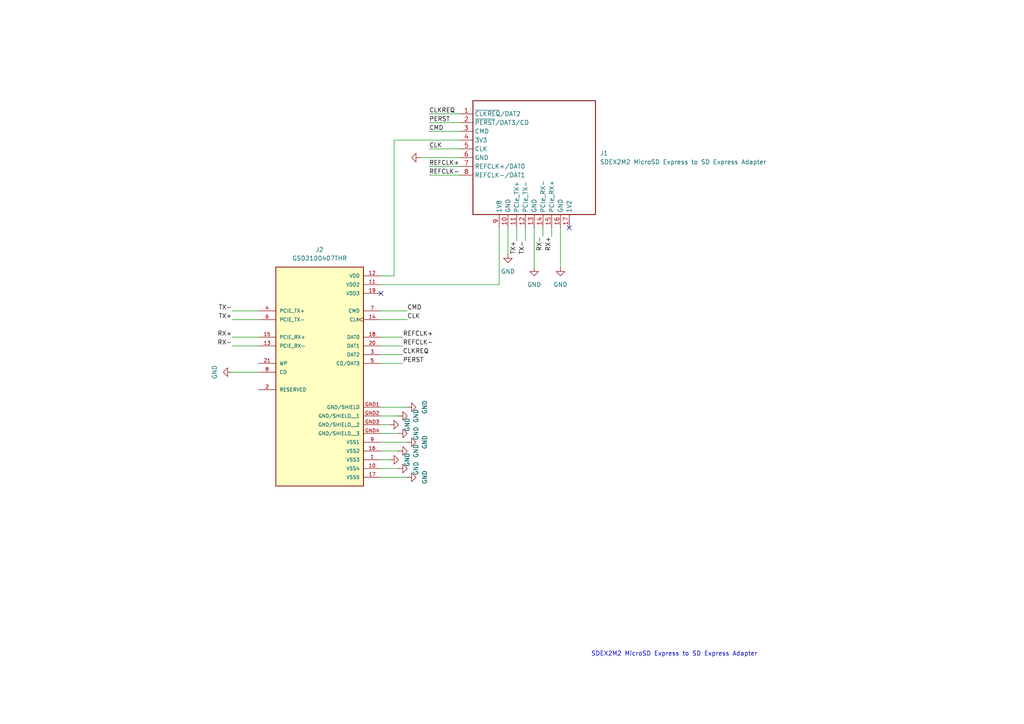
<source format=kicad_sch>
(kicad_sch
	(version 20250114)
	(generator "eeschema")
	(generator_version "9.0")
	(uuid "ab7da24e-4f2e-4e37-a5b2-9f2f0bc499d7")
	(paper "A4")
	(lib_symbols
		(symbol "GSD2100407THR:GSD2100407THR"
			(pin_names
				(offset 1.016)
			)
			(exclude_from_sim no)
			(in_bom yes)
			(on_board yes)
			(property "Reference" "J"
				(at -12.7 28.575 0)
				(effects
					(font
						(size 1.27 1.27)
					)
					(justify left bottom)
				)
			)
			(property "Value" "GSD2100407THR"
				(at -12.7 -38.1 0)
				(effects
					(font
						(size 1.27 1.27)
					)
					(justify left bottom)
				)
			)
			(property "Footprint" "GSD2100407THR:AMPHENOL_GSD2100407THR"
				(at 0 0 0)
				(effects
					(font
						(size 1.27 1.27)
					)
					(justify bottom)
					(hide yes)
				)
			)
			(property "Datasheet" ""
				(at 0 0 0)
				(effects
					(font
						(size 1.27 1.27)
					)
					(hide yes)
				)
			)
			(property "Description" ""
				(at 0 0 0)
				(effects
					(font
						(size 1.27 1.27)
					)
					(hide yes)
				)
			)
			(property "MAXIMUM_PACKAGE_HEIGHT" "3.00mm"
				(at 0 0 0)
				(effects
					(font
						(size 1.27 1.27)
					)
					(justify bottom)
					(hide yes)
				)
			)
			(property "CREATOR" "NEZY"
				(at 0 0 0)
				(effects
					(font
						(size 1.27 1.27)
					)
					(justify bottom)
					(hide yes)
				)
			)
			(property "STANDARD" "Manufacturer Recommendations"
				(at 0 0 0)
				(effects
					(font
						(size 1.27 1.27)
					)
					(justify bottom)
					(hide yes)
				)
			)
			(property "PARTREV" "AX6"
				(at 0 0 0)
				(effects
					(font
						(size 1.27 1.27)
					)
					(justify bottom)
					(hide yes)
				)
			)
			(property "VERIFIER" ""
				(at 0 0 0)
				(effects
					(font
						(size 1.27 1.27)
					)
					(justify bottom)
					(hide yes)
				)
			)
			(property "MANUFACTURER" "Amphenol"
				(at 0 0 0)
				(effects
					(font
						(size 1.27 1.27)
					)
					(justify bottom)
					(hide yes)
				)
			)
			(symbol "GSD2100407THR_0_0"
				(rectangle
					(start -12.7 -35.56)
					(end 12.7 27.94)
					(stroke
						(width 0.254)
						(type default)
					)
					(fill
						(type background)
					)
				)
				(pin output line
					(at -17.78 15.24 0)
					(length 5.08)
					(name "PCIE_TX+"
						(effects
							(font
								(size 1.016 1.016)
							)
						)
					)
					(number "4"
						(effects
							(font
								(size 1.016 1.016)
							)
						)
					)
				)
				(pin output line
					(at -17.78 12.7 0)
					(length 5.08)
					(name "PCIE_TX-"
						(effects
							(font
								(size 1.016 1.016)
							)
						)
					)
					(number "6"
						(effects
							(font
								(size 1.016 1.016)
							)
						)
					)
				)
				(pin input line
					(at -17.78 7.62 0)
					(length 5.08)
					(name "PCIE_RX+"
						(effects
							(font
								(size 1.016 1.016)
							)
						)
					)
					(number "15"
						(effects
							(font
								(size 1.016 1.016)
							)
						)
					)
				)
				(pin input line
					(at -17.78 5.08 0)
					(length 5.08)
					(name "PCIE_RX-"
						(effects
							(font
								(size 1.016 1.016)
							)
						)
					)
					(number "13"
						(effects
							(font
								(size 1.016 1.016)
							)
						)
					)
				)
				(pin passive line
					(at -17.78 0 0)
					(length 5.08)
					(name "WP"
						(effects
							(font
								(size 1.016 1.016)
							)
						)
					)
					(number "21"
						(effects
							(font
								(size 1.016 1.016)
							)
						)
					)
				)
				(pin passive line
					(at -17.78 -2.54 0)
					(length 5.08)
					(name "CD"
						(effects
							(font
								(size 1.016 1.016)
							)
						)
					)
					(number "8"
						(effects
							(font
								(size 1.016 1.016)
							)
						)
					)
				)
				(pin passive line
					(at -17.78 -7.62 0)
					(length 5.08)
					(name "RESERVED"
						(effects
							(font
								(size 1.016 1.016)
							)
						)
					)
					(number "2"
						(effects
							(font
								(size 1.016 1.016)
							)
						)
					)
				)
				(pin power_in line
					(at 17.78 25.4 180)
					(length 5.08)
					(name "VDD"
						(effects
							(font
								(size 1.016 1.016)
							)
						)
					)
					(number "12"
						(effects
							(font
								(size 1.016 1.016)
							)
						)
					)
				)
				(pin power_in line
					(at 17.78 22.86 180)
					(length 5.08)
					(name "VDD2"
						(effects
							(font
								(size 1.016 1.016)
							)
						)
					)
					(number "11"
						(effects
							(font
								(size 1.016 1.016)
							)
						)
					)
				)
				(pin power_in line
					(at 17.78 20.32 180)
					(length 5.08)
					(name "VDD3"
						(effects
							(font
								(size 1.016 1.016)
							)
						)
					)
					(number "19"
						(effects
							(font
								(size 1.016 1.016)
							)
						)
					)
				)
				(pin bidirectional line
					(at 17.78 15.24 180)
					(length 5.08)
					(name "CMD"
						(effects
							(font
								(size 1.016 1.016)
							)
						)
					)
					(number "7"
						(effects
							(font
								(size 1.016 1.016)
							)
						)
					)
				)
				(pin input clock
					(at 17.78 12.7 180)
					(length 5.08)
					(name "CLK"
						(effects
							(font
								(size 1.016 1.016)
							)
						)
					)
					(number "14"
						(effects
							(font
								(size 1.016 1.016)
							)
						)
					)
				)
				(pin bidirectional line
					(at 17.78 7.62 180)
					(length 5.08)
					(name "DAT0"
						(effects
							(font
								(size 1.016 1.016)
							)
						)
					)
					(number "18"
						(effects
							(font
								(size 1.016 1.016)
							)
						)
					)
				)
				(pin bidirectional line
					(at 17.78 5.08 180)
					(length 5.08)
					(name "DAT1"
						(effects
							(font
								(size 1.016 1.016)
							)
						)
					)
					(number "20"
						(effects
							(font
								(size 1.016 1.016)
							)
						)
					)
				)
				(pin bidirectional line
					(at 17.78 2.54 180)
					(length 5.08)
					(name "DAT2"
						(effects
							(font
								(size 1.016 1.016)
							)
						)
					)
					(number "3"
						(effects
							(font
								(size 1.016 1.016)
							)
						)
					)
				)
				(pin bidirectional line
					(at 17.78 0 180)
					(length 5.08)
					(name "CD/DAT3"
						(effects
							(font
								(size 1.016 1.016)
							)
						)
					)
					(number "5"
						(effects
							(font
								(size 1.016 1.016)
							)
						)
					)
				)
				(pin power_in line
					(at 17.78 -12.7 180)
					(length 5.08)
					(name "GND/SHIELD"
						(effects
							(font
								(size 1.016 1.016)
							)
						)
					)
					(number "GND1"
						(effects
							(font
								(size 1.016 1.016)
							)
						)
					)
				)
				(pin power_in line
					(at 17.78 -15.24 180)
					(length 5.08)
					(name "GND/SHIELD__1"
						(effects
							(font
								(size 1.016 1.016)
							)
						)
					)
					(number "GND2"
						(effects
							(font
								(size 1.016 1.016)
							)
						)
					)
				)
				(pin power_in line
					(at 17.78 -17.78 180)
					(length 5.08)
					(name "GND/SHIELD__2"
						(effects
							(font
								(size 1.016 1.016)
							)
						)
					)
					(number "GND3"
						(effects
							(font
								(size 1.016 1.016)
							)
						)
					)
				)
				(pin power_in line
					(at 17.78 -20.32 180)
					(length 5.08)
					(name "GND/SHIELD__3"
						(effects
							(font
								(size 1.016 1.016)
							)
						)
					)
					(number "GND4"
						(effects
							(font
								(size 1.016 1.016)
							)
						)
					)
				)
				(pin power_in line
					(at 17.78 -22.86 180)
					(length 5.08)
					(name "VSS1"
						(effects
							(font
								(size 1.016 1.016)
							)
						)
					)
					(number "9"
						(effects
							(font
								(size 1.016 1.016)
							)
						)
					)
				)
				(pin power_in line
					(at 17.78 -25.4 180)
					(length 5.08)
					(name "VSS2"
						(effects
							(font
								(size 1.016 1.016)
							)
						)
					)
					(number "16"
						(effects
							(font
								(size 1.016 1.016)
							)
						)
					)
				)
				(pin power_in line
					(at 17.78 -27.94 180)
					(length 5.08)
					(name "VSS3"
						(effects
							(font
								(size 1.016 1.016)
							)
						)
					)
					(number "1"
						(effects
							(font
								(size 1.016 1.016)
							)
						)
					)
				)
				(pin power_in line
					(at 17.78 -30.48 180)
					(length 5.08)
					(name "VSS4"
						(effects
							(font
								(size 1.016 1.016)
							)
						)
					)
					(number "10"
						(effects
							(font
								(size 1.016 1.016)
							)
						)
					)
				)
				(pin power_in line
					(at 17.78 -33.02 180)
					(length 5.08)
					(name "VSS5"
						(effects
							(font
								(size 1.016 1.016)
							)
						)
					)
					(number "17"
						(effects
							(font
								(size 1.016 1.016)
							)
						)
					)
				)
			)
			(embedded_fonts no)
		)
		(symbol "m1cha:Micro_SDex_PCB"
			(exclude_from_sim no)
			(in_bom yes)
			(on_board yes)
			(property "Reference" "J1"
				(at 17.78 1.2701 0)
				(effects
					(font
						(size 1.27 1.27)
					)
					(justify left)
				)
			)
			(property "Value" "SDEX2M2 MicroSD Express 	Card"
				(at 17.78 -1.2699 0)
				(effects
					(font
						(size 1.27 1.27)
					)
					(justify left)
				)
			)
			(property "Footprint" "m1cha:usdex-male-open_bottom"
				(at 52.07 17.78 0)
				(effects
					(font
						(size 1.27 1.27)
					)
					(hide yes)
				)
			)
			(property "Datasheet" ""
				(at 2.032 23.622 0)
				(effects
					(font
						(size 1.27 1.27)
					)
					(hide yes)
				)
			)
			(property "Description" "Micro SD Card PCB"
				(at -1.778 20.828 0)
				(effects
					(font
						(size 1.27 1.27)
					)
					(hide yes)
				)
			)
			(property "ki_keywords" "connector SD microsd"
				(at 0 0 0)
				(effects
					(font
						(size 1.27 1.27)
					)
					(hide yes)
				)
			)
			(property "ki_fp_filters" "microSD*"
				(at 0 0 0)
				(effects
					(font
						(size 1.27 1.27)
					)
					(hide yes)
				)
			)
			(symbol "Micro_SDex_PCB_0_1"
				(polyline
					(pts
						(xy 16.51 -8.89) (xy 16.51 16.51) (xy -19.05 16.51) (xy -19.05 -16.51) (xy 16.51 -16.51) (xy 16.51 -8.89)
					)
					(stroke
						(width 0.254)
						(type default)
					)
					(fill
						(type none)
					)
				)
			)
			(symbol "Micro_SDex_PCB_1_1"
				(pin bidirectional line
					(at -22.86 12.7 0)
					(length 3.81)
					(name "~{CLKREQ}/DAT2"
						(effects
							(font
								(size 1.27 1.27)
							)
						)
					)
					(number "1"
						(effects
							(font
								(size 1.27 1.27)
							)
						)
					)
				)
				(pin bidirectional line
					(at -22.86 10.16 0)
					(length 3.81)
					(name "~{PERST}/DAT3/CD"
						(effects
							(font
								(size 1.27 1.27)
							)
						)
					)
					(number "2"
						(effects
							(font
								(size 1.27 1.27)
							)
						)
					)
				)
				(pin output line
					(at -22.86 7.62 0)
					(length 3.81)
					(name "CMD"
						(effects
							(font
								(size 1.27 1.27)
							)
						)
					)
					(number "3"
						(effects
							(font
								(size 1.27 1.27)
							)
						)
					)
				)
				(pin power_out line
					(at -22.86 5.08 0)
					(length 3.81)
					(name "3V3"
						(effects
							(font
								(size 1.27 1.27)
							)
						)
					)
					(number "4"
						(effects
							(font
								(size 1.27 1.27)
							)
						)
					)
				)
				(pin output line
					(at -22.86 2.54 0)
					(length 3.81)
					(name "CLK"
						(effects
							(font
								(size 1.27 1.27)
							)
						)
					)
					(number "5"
						(effects
							(font
								(size 1.27 1.27)
							)
						)
					)
				)
				(pin power_out line
					(at -22.86 0 0)
					(length 3.81)
					(name "GND"
						(effects
							(font
								(size 1.27 1.27)
							)
						)
					)
					(number "6"
						(effects
							(font
								(size 1.27 1.27)
							)
						)
					)
				)
				(pin bidirectional line
					(at -22.86 -2.54 0)
					(length 3.81)
					(name "REFCLK+/DAT0"
						(effects
							(font
								(size 1.27 1.27)
							)
						)
					)
					(number "7"
						(effects
							(font
								(size 1.27 1.27)
							)
						)
					)
				)
				(pin bidirectional line
					(at -22.86 -5.08 0)
					(length 3.81)
					(name "REFCLK-/DAT1"
						(effects
							(font
								(size 1.27 1.27)
							)
						)
					)
					(number "8"
						(effects
							(font
								(size 1.27 1.27)
							)
						)
					)
				)
				(pin power_out line
					(at -11.43 -20.32 90)
					(length 3.81)
					(name "1V8"
						(effects
							(font
								(size 1.27 1.27)
							)
						)
					)
					(number "9"
						(effects
							(font
								(size 1.27 1.27)
							)
						)
					)
				)
				(pin passive line
					(at -8.89 -20.32 90)
					(length 3.81)
					(name "GND"
						(effects
							(font
								(size 1.27 1.27)
							)
						)
					)
					(number "10"
						(effects
							(font
								(size 1.27 1.27)
							)
						)
					)
				)
				(pin output line
					(at -6.35 -20.32 90)
					(length 3.81)
					(name "PCIe_TX+"
						(effects
							(font
								(size 1.27 1.27)
							)
						)
					)
					(number "11"
						(effects
							(font
								(size 1.27 1.27)
							)
						)
					)
				)
				(pin output line
					(at -3.81 -20.32 90)
					(length 3.81)
					(name "PCIe_TX-"
						(effects
							(font
								(size 1.27 1.27)
							)
						)
					)
					(number "12"
						(effects
							(font
								(size 1.27 1.27)
							)
						)
					)
				)
				(pin passive line
					(at -1.27 -20.32 90)
					(length 3.81)
					(name "GND"
						(effects
							(font
								(size 1.27 1.27)
							)
						)
					)
					(number "13"
						(effects
							(font
								(size 1.27 1.27)
							)
						)
					)
				)
				(pin input line
					(at 1.27 -20.32 90)
					(length 3.81)
					(name "PCIe_RX-"
						(effects
							(font
								(size 1.27 1.27)
							)
						)
					)
					(number "14"
						(effects
							(font
								(size 1.27 1.27)
							)
						)
					)
				)
				(pin input line
					(at 3.81 -20.32 90)
					(length 3.81)
					(name "PCIe_RX+"
						(effects
							(font
								(size 1.27 1.27)
							)
						)
					)
					(number "15"
						(effects
							(font
								(size 1.27 1.27)
							)
						)
					)
				)
				(pin passive line
					(at 6.35 -20.32 90)
					(length 3.81)
					(name "GND"
						(effects
							(font
								(size 1.27 1.27)
							)
						)
					)
					(number "16"
						(effects
							(font
								(size 1.27 1.27)
							)
						)
					)
				)
				(pin power_out line
					(at 8.89 -20.32 90)
					(length 3.81)
					(name "1V2"
						(effects
							(font
								(size 1.27 1.27)
							)
						)
					)
					(number "17"
						(effects
							(font
								(size 1.27 1.27)
							)
						)
					)
				)
			)
			(embedded_fonts no)
		)
		(symbol "power:GND"
			(power)
			(pin_numbers
				(hide yes)
			)
			(pin_names
				(offset 0)
				(hide yes)
			)
			(exclude_from_sim no)
			(in_bom yes)
			(on_board yes)
			(property "Reference" "#PWR"
				(at 0 -6.35 0)
				(effects
					(font
						(size 1.27 1.27)
					)
					(hide yes)
				)
			)
			(property "Value" "GND"
				(at 0 -3.81 0)
				(effects
					(font
						(size 1.27 1.27)
					)
				)
			)
			(property "Footprint" ""
				(at 0 0 0)
				(effects
					(font
						(size 1.27 1.27)
					)
					(hide yes)
				)
			)
			(property "Datasheet" ""
				(at 0 0 0)
				(effects
					(font
						(size 1.27 1.27)
					)
					(hide yes)
				)
			)
			(property "Description" "Power symbol creates a global label with name \"GND\" , ground"
				(at 0 0 0)
				(effects
					(font
						(size 1.27 1.27)
					)
					(hide yes)
				)
			)
			(property "ki_keywords" "global power"
				(at 0 0 0)
				(effects
					(font
						(size 1.27 1.27)
					)
					(hide yes)
				)
			)
			(symbol "GND_0_1"
				(polyline
					(pts
						(xy 0 0) (xy 0 -1.27) (xy 1.27 -1.27) (xy 0 -2.54) (xy -1.27 -1.27) (xy 0 -1.27)
					)
					(stroke
						(width 0)
						(type default)
					)
					(fill
						(type none)
					)
				)
			)
			(symbol "GND_1_1"
				(pin power_in line
					(at 0 0 270)
					(length 0)
					(name "~"
						(effects
							(font
								(size 1.27 1.27)
							)
						)
					)
					(number "1"
						(effects
							(font
								(size 1.27 1.27)
							)
						)
					)
				)
			)
			(embedded_fonts no)
		)
	)
	(text "SDEX2M2 MicroSD Express to SD Express Adapter"
		(exclude_from_sim no)
		(at 195.58 189.738 0)
		(effects
			(font
				(size 1.27 1.27)
			)
		)
		(uuid "fbb2e163-2d89-4cf5-ac4b-f9bf1361494d")
	)
	(no_connect
		(at 165.1 66.04)
		(uuid "51575d24-1d03-4647-bacb-3c2fbeefff1a")
	)
	(no_connect
		(at 110.49 85.09)
		(uuid "66faeb29-1770-4e30-a3cd-45e6757c1fa3")
	)
	(wire
		(pts
			(xy 144.78 66.04) (xy 144.78 82.55)
		)
		(stroke
			(width 0)
			(type default)
		)
		(uuid "01aa74f7-31af-4d18-9d58-1db251906b04")
	)
	(wire
		(pts
			(xy 121.92 45.72) (xy 133.35 45.72)
		)
		(stroke
			(width 0)
			(type default)
		)
		(uuid "03d8fa3d-a597-4274-a4b8-91956887a753")
	)
	(wire
		(pts
			(xy 110.49 90.17) (xy 118.11 90.17)
		)
		(stroke
			(width 0)
			(type default)
		)
		(uuid "206574ff-03e4-4683-94f1-82660b3e9ee8")
	)
	(wire
		(pts
			(xy 157.48 66.04) (xy 157.48 68.58)
		)
		(stroke
			(width 0)
			(type default)
		)
		(uuid "31f05243-b885-4f5d-8b98-60373db71b4a")
	)
	(wire
		(pts
			(xy 67.31 92.71) (xy 74.93 92.71)
		)
		(stroke
			(width 0)
			(type default)
		)
		(uuid "3945ba49-4bf2-47e8-9726-cc9f8403ae90")
	)
	(wire
		(pts
			(xy 124.46 50.8) (xy 133.35 50.8)
		)
		(stroke
			(width 0)
			(type default)
		)
		(uuid "3b246ecc-0dbc-4c11-b4d9-993f397adc76")
	)
	(wire
		(pts
			(xy 124.46 33.02) (xy 133.35 33.02)
		)
		(stroke
			(width 0)
			(type default)
		)
		(uuid "45f95258-3b52-4090-9504-08c242b73101")
	)
	(wire
		(pts
			(xy 110.49 80.01) (xy 114.3 80.01)
		)
		(stroke
			(width 0)
			(type default)
		)
		(uuid "4841a9af-5641-49cf-ba30-055bb7648ecc")
	)
	(wire
		(pts
			(xy 147.32 73.66) (xy 147.32 66.04)
		)
		(stroke
			(width 0)
			(type default)
		)
		(uuid "50976219-9b9e-477a-b505-ac6ba37ba699")
	)
	(wire
		(pts
			(xy 124.46 38.1) (xy 133.35 38.1)
		)
		(stroke
			(width 0)
			(type default)
		)
		(uuid "5d94cd19-8f42-490f-a911-a35ef5adb2a2")
	)
	(wire
		(pts
			(xy 110.49 133.35) (xy 113.03 133.35)
		)
		(stroke
			(width 0)
			(type default)
		)
		(uuid "5dd1861a-1716-4fe0-b0a8-2d4f3cad95f1")
	)
	(wire
		(pts
			(xy 124.46 43.18) (xy 133.35 43.18)
		)
		(stroke
			(width 0)
			(type default)
		)
		(uuid "5fd0dea4-26c0-457a-b067-cc54ed591dec")
	)
	(wire
		(pts
			(xy 110.49 138.43) (xy 118.11 138.43)
		)
		(stroke
			(width 0)
			(type default)
		)
		(uuid "6895d952-af3c-4d07-a784-72f1bfdd507b")
	)
	(wire
		(pts
			(xy 162.56 77.47) (xy 162.56 66.04)
		)
		(stroke
			(width 0)
			(type default)
		)
		(uuid "723d0643-3a43-4e40-84f9-61585668bda2")
	)
	(wire
		(pts
			(xy 160.02 66.04) (xy 160.02 68.58)
		)
		(stroke
			(width 0)
			(type default)
		)
		(uuid "7406468b-ba73-42a0-948c-2d61700de3d8")
	)
	(wire
		(pts
			(xy 110.49 102.87) (xy 116.84 102.87)
		)
		(stroke
			(width 0)
			(type default)
		)
		(uuid "79711fbd-9df0-4525-8a28-fef81938022b")
	)
	(wire
		(pts
			(xy 110.49 105.41) (xy 116.84 105.41)
		)
		(stroke
			(width 0)
			(type default)
		)
		(uuid "79f39c69-ada8-4837-bb3c-ad4941862935")
	)
	(wire
		(pts
			(xy 124.46 35.56) (xy 133.35 35.56)
		)
		(stroke
			(width 0)
			(type default)
		)
		(uuid "85ffab5a-a73d-460e-83bf-af17910c16c3")
	)
	(wire
		(pts
			(xy 110.49 118.11) (xy 118.11 118.11)
		)
		(stroke
			(width 0)
			(type default)
		)
		(uuid "87032814-9186-44ca-b950-e04cf67c8a0a")
	)
	(wire
		(pts
			(xy 110.49 97.79) (xy 116.84 97.79)
		)
		(stroke
			(width 0)
			(type default)
		)
		(uuid "8b7eafc8-f0e8-4b0f-a7bf-58b01aeb249e")
	)
	(wire
		(pts
			(xy 110.49 128.27) (xy 118.11 128.27)
		)
		(stroke
			(width 0)
			(type default)
		)
		(uuid "93cb69c6-f257-4ae4-83a3-68e95535c2d2")
	)
	(wire
		(pts
			(xy 110.49 135.89) (xy 115.57 135.89)
		)
		(stroke
			(width 0)
			(type default)
		)
		(uuid "9fc4635f-bb91-4307-a1ed-f884fc7aa796")
	)
	(wire
		(pts
			(xy 114.3 40.64) (xy 114.3 80.01)
		)
		(stroke
			(width 0)
			(type default)
		)
		(uuid "a868df73-1141-46fd-8357-f5255c876041")
	)
	(wire
		(pts
			(xy 144.78 82.55) (xy 110.49 82.55)
		)
		(stroke
			(width 0)
			(type default)
		)
		(uuid "ab2e7519-28d5-4d06-9e98-180dd1da8f2c")
	)
	(wire
		(pts
			(xy 67.31 97.79) (xy 74.93 97.79)
		)
		(stroke
			(width 0)
			(type default)
		)
		(uuid "b61834c5-2010-4847-91a6-83ad5e28e09c")
	)
	(wire
		(pts
			(xy 154.94 77.47) (xy 154.94 66.04)
		)
		(stroke
			(width 0)
			(type default)
		)
		(uuid "b73177b6-58a0-4142-b46d-90d27d37c364")
	)
	(wire
		(pts
			(xy 152.4 66.04) (xy 152.4 69.85)
		)
		(stroke
			(width 0)
			(type default)
		)
		(uuid "c9b927f5-0b00-4e48-8b6b-8d631db9ce6e")
	)
	(wire
		(pts
			(xy 110.49 123.19) (xy 113.03 123.19)
		)
		(stroke
			(width 0)
			(type default)
		)
		(uuid "cf2e0381-c861-4b73-8c54-4b5cef918952")
	)
	(wire
		(pts
			(xy 110.49 130.81) (xy 115.57 130.81)
		)
		(stroke
			(width 0)
			(type default)
		)
		(uuid "d135470f-4c6e-45e3-ba28-99d8516d22f5")
	)
	(wire
		(pts
			(xy 110.49 100.33) (xy 116.84 100.33)
		)
		(stroke
			(width 0)
			(type default)
		)
		(uuid "d70ae640-78c2-47c9-af44-4f9bf95f3d31")
	)
	(wire
		(pts
			(xy 110.49 125.73) (xy 115.57 125.73)
		)
		(stroke
			(width 0)
			(type default)
		)
		(uuid "dc075e34-d70f-451e-a6ca-137748c032f1")
	)
	(wire
		(pts
			(xy 67.31 90.17) (xy 74.93 90.17)
		)
		(stroke
			(width 0)
			(type default)
		)
		(uuid "dda32201-90c1-4d7c-a721-c300696d96e7")
	)
	(wire
		(pts
			(xy 67.31 100.33) (xy 74.93 100.33)
		)
		(stroke
			(width 0)
			(type default)
		)
		(uuid "e0ccbf5d-511c-4f75-80ef-eaeb82032683")
	)
	(wire
		(pts
			(xy 149.86 66.04) (xy 149.86 69.85)
		)
		(stroke
			(width 0)
			(type default)
		)
		(uuid "e0d9396c-d5e8-4484-937b-80e16c312475")
	)
	(wire
		(pts
			(xy 110.49 120.65) (xy 115.57 120.65)
		)
		(stroke
			(width 0)
			(type default)
		)
		(uuid "ec90df1a-d610-4968-86ed-187898531675")
	)
	(wire
		(pts
			(xy 110.49 92.71) (xy 118.11 92.71)
		)
		(stroke
			(width 0)
			(type default)
		)
		(uuid "f4e07cf5-b24a-4938-8404-4e71983ddd4a")
	)
	(wire
		(pts
			(xy 124.46 48.26) (xy 133.35 48.26)
		)
		(stroke
			(width 0)
			(type default)
		)
		(uuid "f7b7f14e-6cb3-40c4-94ff-7c9d83236e3c")
	)
	(wire
		(pts
			(xy 67.31 107.95) (xy 74.93 107.95)
		)
		(stroke
			(width 0)
			(type default)
		)
		(uuid "f8c2f854-b450-4eef-9409-eef34bceb286")
	)
	(wire
		(pts
			(xy 133.35 40.64) (xy 114.3 40.64)
		)
		(stroke
			(width 0)
			(type default)
		)
		(uuid "fd55b5e2-142a-417d-909e-280689ab2342")
	)
	(label "CLK"
		(at 118.11 92.71 0)
		(effects
			(font
				(size 1.27 1.27)
			)
			(justify left bottom)
		)
		(uuid "04d24988-5247-407d-89c3-77ad253b890e")
	)
	(label "RX+"
		(at 160.02 68.58 270)
		(effects
			(font
				(size 1.27 1.27)
			)
			(justify right bottom)
		)
		(uuid "12f7a091-af96-4de4-8efc-34e6239ba0e2")
	)
	(label "TX-"
		(at 67.31 90.17 180)
		(effects
			(font
				(size 1.27 1.27)
			)
			(justify right bottom)
		)
		(uuid "172d300f-8bd8-43d2-aefa-3ecebe1ccd0d")
	)
	(label "REFCLK+"
		(at 116.84 97.79 0)
		(effects
			(font
				(size 1.27 1.27)
			)
			(justify left bottom)
		)
		(uuid "1932ccbf-5327-43dd-b61a-5be93b35d72b")
	)
	(label "PERST"
		(at 116.84 105.41 0)
		(effects
			(font
				(size 1.27 1.27)
			)
			(justify left bottom)
		)
		(uuid "1c506caf-18d5-47a5-bfbb-2afa67cb06db")
	)
	(label "CMD"
		(at 124.46 38.1 0)
		(effects
			(font
				(size 1.27 1.27)
			)
			(justify left bottom)
		)
		(uuid "2d76098d-a276-4178-a40b-66a8d5e07dc1")
	)
	(label "TX+"
		(at 67.31 92.71 180)
		(effects
			(font
				(size 1.27 1.27)
			)
			(justify right bottom)
		)
		(uuid "35f63d4f-3bfa-48db-bb54-355feb21ac19")
	)
	(label "TX+"
		(at 149.86 69.85 270)
		(effects
			(font
				(size 1.27 1.27)
			)
			(justify right bottom)
		)
		(uuid "3ad7d380-0678-411a-bc2e-28f54a083d3e")
	)
	(label "CLK"
		(at 124.46 43.18 0)
		(effects
			(font
				(size 1.27 1.27)
			)
			(justify left bottom)
		)
		(uuid "55debdba-2293-48c9-bc11-7b38ed32c2ee")
	)
	(label "REFCLK+"
		(at 124.46 48.26 0)
		(effects
			(font
				(size 1.27 1.27)
			)
			(justify left bottom)
		)
		(uuid "63fb9bad-afdb-45d0-8553-f1af742af334")
	)
	(label "RX-"
		(at 157.48 68.58 270)
		(effects
			(font
				(size 1.27 1.27)
			)
			(justify right bottom)
		)
		(uuid "65350e21-d239-4ae3-a2ea-5f0465efa449")
	)
	(label "TX-"
		(at 152.4 69.85 270)
		(effects
			(font
				(size 1.27 1.27)
			)
			(justify right bottom)
		)
		(uuid "69983b0e-717c-480c-a0a5-1b53849ebb30")
	)
	(label "CMD"
		(at 118.11 90.17 0)
		(effects
			(font
				(size 1.27 1.27)
			)
			(justify left bottom)
		)
		(uuid "745a6808-40db-4df7-8949-716e9b98a354")
	)
	(label "CLKREQ"
		(at 116.84 102.87 0)
		(effects
			(font
				(size 1.27 1.27)
			)
			(justify left bottom)
		)
		(uuid "750b15f6-6e29-49ec-b8ae-950368ed100b")
	)
	(label "REFCLK-"
		(at 116.84 100.33 0)
		(effects
			(font
				(size 1.27 1.27)
			)
			(justify left bottom)
		)
		(uuid "b4fa266a-8bd3-4686-82b6-7210f2ffcd14")
	)
	(label "RX-"
		(at 67.31 100.33 180)
		(effects
			(font
				(size 1.27 1.27)
			)
			(justify right bottom)
		)
		(uuid "cf43b322-3739-4a1e-b7b9-f1de8a07db6f")
	)
	(label "PERST"
		(at 124.46 35.56 0)
		(effects
			(font
				(size 1.27 1.27)
			)
			(justify left bottom)
		)
		(uuid "d7fc7a96-11a0-475a-99e3-dec8a03be1f3")
	)
	(label "CLKREQ"
		(at 124.46 33.02 0)
		(effects
			(font
				(size 1.27 1.27)
			)
			(justify left bottom)
		)
		(uuid "dbf8f637-c9e3-4afd-9a03-821ac6ba727f")
	)
	(label "RX+"
		(at 67.31 97.79 180)
		(effects
			(font
				(size 1.27 1.27)
			)
			(justify right bottom)
		)
		(uuid "e479cde3-9ea5-4a26-8763-41dc682b8dc9")
	)
	(label "REFCLK-"
		(at 124.46 50.8 0)
		(effects
			(font
				(size 1.27 1.27)
			)
			(justify left bottom)
		)
		(uuid "eac48d06-f959-422d-806f-91e03ffd04bf")
	)
	(symbol
		(lib_id "GSD2100407THR:GSD2100407THR")
		(at 92.71 105.41 0)
		(unit 1)
		(exclude_from_sim no)
		(in_bom yes)
		(on_board yes)
		(dnp no)
		(fields_autoplaced yes)
		(uuid "1370df7d-6a75-4c82-9045-facaf70d712c")
		(property "Reference" "J2"
			(at 92.71 72.39 0)
			(effects
				(font
					(size 1.27 1.27)
				)
			)
		)
		(property "Value" "GSD2100407THR"
			(at 92.71 74.93 0)
			(effects
				(font
					(size 1.27 1.27)
				)
			)
		)
		(property "Footprint" "GSD2100407THR:AMPHENOL_GSD2100407THR"
			(at 92.71 105.41 0)
			(effects
				(font
					(size 1.27 1.27)
				)
				(justify bottom)
				(hide yes)
			)
		)
		(property "Datasheet" ""
			(at 92.71 105.41 0)
			(effects
				(font
					(size 1.27 1.27)
				)
				(hide yes)
			)
		)
		(property "Description" ""
			(at 92.71 105.41 0)
			(effects
				(font
					(size 1.27 1.27)
				)
				(hide yes)
			)
		)
		(property "MAXIMUM_PACKAGE_HEIGHT" "3.00mm"
			(at 92.71 105.41 0)
			(effects
				(font
					(size 1.27 1.27)
				)
				(justify bottom)
				(hide yes)
			)
		)
		(property "CREATOR" "NEZY"
			(at 92.71 105.41 0)
			(effects
				(font
					(size 1.27 1.27)
				)
				(justify bottom)
				(hide yes)
			)
		)
		(property "STANDARD" "Manufacturer Recommendations"
			(at 92.71 105.41 0)
			(effects
				(font
					(size 1.27 1.27)
				)
				(justify bottom)
				(hide yes)
			)
		)
		(property "PARTREV" "AX6"
			(at 92.71 105.41 0)
			(effects
				(font
					(size 1.27 1.27)
				)
				(justify bottom)
				(hide yes)
			)
		)
		(property "VERIFIER" ""
			(at 92.71 105.41 0)
			(effects
				(font
					(size 1.27 1.27)
				)
				(justify bottom)
				(hide yes)
			)
		)
		(property "MANUFACTURER" "Amphenol"
			(at 92.71 105.41 0)
			(effects
				(font
					(size 1.27 1.27)
				)
				(justify bottom)
				(hide yes)
			)
		)
		(pin "4"
			(uuid "fd7b50c2-a101-4e0e-b881-4b8f2428d2ce")
		)
		(pin "8"
			(uuid "3adf551a-7b45-467e-9963-801ca7313c55")
		)
		(pin "11"
			(uuid "32af6bba-a667-4524-b0fe-9bc326d2e721")
		)
		(pin "3"
			(uuid "8b0c1ed4-c410-4060-9217-c8388bc7c26a")
		)
		(pin "7"
			(uuid "2711fab7-55c4-4525-a52d-2de6a96a94f7")
		)
		(pin "14"
			(uuid "83569396-27c4-4ddc-8a63-00b64d73d744")
		)
		(pin "20"
			(uuid "de82110b-7546-419c-9a70-05c77fc89ee6")
		)
		(pin "21"
			(uuid "9f063e48-f6f7-48b0-82e8-ad29becc23af")
		)
		(pin "19"
			(uuid "079d4ac1-1b29-49a0-8e36-a7748a5630ab")
		)
		(pin "6"
			(uuid "85b4bef0-04ac-4860-a47c-1946eecba22b")
		)
		(pin "15"
			(uuid "49d4757d-6ccd-4214-a735-9426fee732d2")
		)
		(pin "2"
			(uuid "a40c9961-6445-4abd-8b49-cd09c866a529")
		)
		(pin "13"
			(uuid "f2fce550-e79d-4568-a7a5-0023d1da6463")
		)
		(pin "12"
			(uuid "6bc233bd-b913-4611-be98-492097dc79db")
		)
		(pin "18"
			(uuid "65ca662d-6a1a-4e1f-8816-78d8d3283e2b")
		)
		(pin "GND3"
			(uuid "8b188917-871c-4765-8620-b71520edbc2e")
		)
		(pin "10"
			(uuid "7549e740-4b8c-4543-9fe4-906b03a29b00")
		)
		(pin "5"
			(uuid "d2d1e515-59b6-4d60-a485-52b8a5f8b879")
		)
		(pin "GND2"
			(uuid "aa8fd86f-f3b7-49f6-b4ec-a2d96658b56b")
		)
		(pin "17"
			(uuid "d7b04083-a2a4-4ff7-a426-c5b20a775d3b")
		)
		(pin "16"
			(uuid "9f509fac-a1bd-4d9f-997e-d0e7cec230a4")
		)
		(pin "1"
			(uuid "eb28a691-4381-4efa-b5bb-03dc587f0536")
		)
		(pin "GND1"
			(uuid "16911aba-ea4a-4108-a1b3-ae84559e0a74")
		)
		(pin "GND4"
			(uuid "914006ce-2d6e-4240-ac3e-5981fb4bc7f0")
		)
		(pin "9"
			(uuid "c6cd3964-72c0-472c-ba5f-eb3a60d0b596")
		)
		(instances
			(project ""
				(path "/ab7da24e-4f2e-4e37-a5b2-9f2f0bc499d7"
					(reference "J2")
					(unit 1)
				)
			)
		)
	)
	(symbol
		(lib_id "power:GND")
		(at 113.03 123.19 90)
		(unit 1)
		(exclude_from_sim no)
		(in_bom yes)
		(on_board yes)
		(dnp no)
		(uuid "2cb6e650-7a50-4f7f-923f-eb128d030303")
		(property "Reference" "#PWR016"
			(at 119.38 123.19 0)
			(effects
				(font
					(size 1.27 1.27)
				)
				(hide yes)
			)
		)
		(property "Value" "GND"
			(at 118.11 123.19 0)
			(effects
				(font
					(size 1.27 1.27)
				)
			)
		)
		(property "Footprint" ""
			(at 113.03 123.19 0)
			(effects
				(font
					(size 1.27 1.27)
				)
				(hide yes)
			)
		)
		(property "Datasheet" ""
			(at 113.03 123.19 0)
			(effects
				(font
					(size 1.27 1.27)
				)
				(hide yes)
			)
		)
		(property "Description" "Power symbol creates a global label with name \"GND\" , ground"
			(at 113.03 123.19 0)
			(effects
				(font
					(size 1.27 1.27)
				)
				(hide yes)
			)
		)
		(pin "1"
			(uuid "66d28fea-24ab-4704-97ab-d7baefd292ee")
		)
		(instances
			(project "SDEX2M2 MicroSD Express to SD Express Adapter"
				(path "/ab7da24e-4f2e-4e37-a5b2-9f2f0bc499d7"
					(reference "#PWR016")
					(unit 1)
				)
			)
		)
	)
	(symbol
		(lib_id "power:GND")
		(at 118.11 138.43 90)
		(unit 1)
		(exclude_from_sim no)
		(in_bom yes)
		(on_board yes)
		(dnp no)
		(uuid "311afe10-cb03-4b5e-8957-1bf020150176")
		(property "Reference" "#PWR024"
			(at 124.46 138.43 0)
			(effects
				(font
					(size 1.27 1.27)
				)
				(hide yes)
			)
		)
		(property "Value" "GND"
			(at 123.19 138.43 0)
			(effects
				(font
					(size 1.27 1.27)
				)
			)
		)
		(property "Footprint" ""
			(at 118.11 138.43 0)
			(effects
				(font
					(size 1.27 1.27)
				)
				(hide yes)
			)
		)
		(property "Datasheet" ""
			(at 118.11 138.43 0)
			(effects
				(font
					(size 1.27 1.27)
				)
				(hide yes)
			)
		)
		(property "Description" "Power symbol creates a global label with name \"GND\" , ground"
			(at 118.11 138.43 0)
			(effects
				(font
					(size 1.27 1.27)
				)
				(hide yes)
			)
		)
		(pin "1"
			(uuid "8208cc7f-e7a5-4cc8-a6d2-98f58a185550")
		)
		(instances
			(project "SDEX2M2 MicroSD Express to SD Express Adapter"
				(path "/ab7da24e-4f2e-4e37-a5b2-9f2f0bc499d7"
					(reference "#PWR024")
					(unit 1)
				)
			)
		)
	)
	(symbol
		(lib_id "power:GND")
		(at 118.11 118.11 90)
		(unit 1)
		(exclude_from_sim no)
		(in_bom yes)
		(on_board yes)
		(dnp no)
		(uuid "4b66983e-71c3-4a87-bfe7-3cf5cbef7da5")
		(property "Reference" "#PWR022"
			(at 124.46 118.11 0)
			(effects
				(font
					(size 1.27 1.27)
				)
				(hide yes)
			)
		)
		(property "Value" "GND"
			(at 123.19 118.11 0)
			(effects
				(font
					(size 1.27 1.27)
				)
			)
		)
		(property "Footprint" ""
			(at 118.11 118.11 0)
			(effects
				(font
					(size 1.27 1.27)
				)
				(hide yes)
			)
		)
		(property "Datasheet" ""
			(at 118.11 118.11 0)
			(effects
				(font
					(size 1.27 1.27)
				)
				(hide yes)
			)
		)
		(property "Description" "Power symbol creates a global label with name \"GND\" , ground"
			(at 118.11 118.11 0)
			(effects
				(font
					(size 1.27 1.27)
				)
				(hide yes)
			)
		)
		(pin "1"
			(uuid "690351cb-7e2f-47b3-9994-d3ea92fb0d45")
		)
		(instances
			(project "SDEX2M2 MicroSD Express to SD Express Adapter"
				(path "/ab7da24e-4f2e-4e37-a5b2-9f2f0bc499d7"
					(reference "#PWR022")
					(unit 1)
				)
			)
		)
	)
	(symbol
		(lib_id "power:GND")
		(at 67.31 107.95 270)
		(unit 1)
		(exclude_from_sim no)
		(in_bom yes)
		(on_board yes)
		(dnp no)
		(uuid "4f195d2d-502f-44d6-8223-a12608c25f5f")
		(property "Reference" "#PWR025"
			(at 60.96 107.95 0)
			(effects
				(font
					(size 1.27 1.27)
				)
				(hide yes)
			)
		)
		(property "Value" "GND"
			(at 62.23 107.95 0)
			(effects
				(font
					(size 1.27 1.27)
				)
			)
		)
		(property "Footprint" ""
			(at 67.31 107.95 0)
			(effects
				(font
					(size 1.27 1.27)
				)
				(hide yes)
			)
		)
		(property "Datasheet" ""
			(at 67.31 107.95 0)
			(effects
				(font
					(size 1.27 1.27)
				)
				(hide yes)
			)
		)
		(property "Description" "Power symbol creates a global label with name \"GND\" , ground"
			(at 67.31 107.95 0)
			(effects
				(font
					(size 1.27 1.27)
				)
				(hide yes)
			)
		)
		(pin "1"
			(uuid "973dedd6-3f8d-4b55-9f90-c9dbbe171c90")
		)
		(instances
			(project "SDEX2M2 MicroSD Express to SD Express Adapter"
				(path "/ab7da24e-4f2e-4e37-a5b2-9f2f0bc499d7"
					(reference "#PWR025")
					(unit 1)
				)
			)
		)
	)
	(symbol
		(lib_id "power:GND")
		(at 115.57 120.65 90)
		(unit 1)
		(exclude_from_sim no)
		(in_bom yes)
		(on_board yes)
		(dnp no)
		(uuid "6a5c809c-0b96-45af-859a-82ae26dd712a")
		(property "Reference" "#PWR018"
			(at 121.92 120.65 0)
			(effects
				(font
					(size 1.27 1.27)
				)
				(hide yes)
			)
		)
		(property "Value" "GND"
			(at 120.65 120.65 0)
			(effects
				(font
					(size 1.27 1.27)
				)
			)
		)
		(property "Footprint" ""
			(at 115.57 120.65 0)
			(effects
				(font
					(size 1.27 1.27)
				)
				(hide yes)
			)
		)
		(property "Datasheet" ""
			(at 115.57 120.65 0)
			(effects
				(font
					(size 1.27 1.27)
				)
				(hide yes)
			)
		)
		(property "Description" "Power symbol creates a global label with name \"GND\" , ground"
			(at 115.57 120.65 0)
			(effects
				(font
					(size 1.27 1.27)
				)
				(hide yes)
			)
		)
		(pin "1"
			(uuid "24b3de31-d483-427d-97ca-02d032eca196")
		)
		(instances
			(project "SDEX2M2 MicroSD Express to SD Express Adapter"
				(path "/ab7da24e-4f2e-4e37-a5b2-9f2f0bc499d7"
					(reference "#PWR018")
					(unit 1)
				)
			)
		)
	)
	(symbol
		(lib_id "m1cha:Micro_SDex_PCB")
		(at 156.21 45.72 0)
		(unit 1)
		(exclude_from_sim no)
		(in_bom yes)
		(on_board yes)
		(dnp no)
		(fields_autoplaced yes)
		(uuid "832d25c0-80ec-491d-ba8f-8e012b99c954")
		(property "Reference" "J1"
			(at 173.99 44.4499 0)
			(effects
				(font
					(size 1.27 1.27)
				)
				(justify left)
			)
		)
		(property "Value" "SDEX2M2 MicroSD Express to SD Express Adapter"
			(at 173.99 46.9899 0)
			(effects
				(font
					(size 1.27 1.27)
				)
				(justify left)
			)
		)
		(property "Footprint" "m1cha:usdex-male-open_bottom"
			(at 208.28 27.94 0)
			(effects
				(font
					(size 1.27 1.27)
				)
				(hide yes)
			)
		)
		(property "Datasheet" ""
			(at 158.242 22.098 0)
			(effects
				(font
					(size 1.27 1.27)
				)
				(hide yes)
			)
		)
		(property "Description" "Micro SD Card PCB"
			(at 154.432 24.892 0)
			(effects
				(font
					(size 1.27 1.27)
				)
				(hide yes)
			)
		)
		(pin "13"
			(uuid "e6920d72-7176-4645-bfbd-2a6894947840")
		)
		(pin "11"
			(uuid "c84ab752-e762-49a1-ab7e-cf6d6a3e5ee2")
		)
		(pin "12"
			(uuid "45042473-fe44-43a3-a1c5-62ecb9b8cec1")
		)
		(pin "14"
			(uuid "e191f4e4-6957-497c-ba91-30b571ffb7c2")
		)
		(pin "5"
			(uuid "028efa7e-8593-436c-8a3d-e403a5c8de50")
		)
		(pin "3"
			(uuid "9f5ed543-22b2-4637-ab74-bdb141304c31")
		)
		(pin "8"
			(uuid "b80f5386-8870-4896-a727-aa9e77a261c7")
		)
		(pin "10"
			(uuid "938f3813-5c22-4e37-a49d-e2d47386f468")
		)
		(pin "6"
			(uuid "f0d7d247-5f4f-460f-b91c-89d41b18f3ab")
		)
		(pin "9"
			(uuid "c08c9c60-ab3f-4df1-934b-23d7ecbd8921")
		)
		(pin "4"
			(uuid "807ef3e4-1983-43c3-abb0-88dc8860d408")
		)
		(pin "15"
			(uuid "87f00053-2954-45ad-83af-a9e60e94d7a8")
		)
		(pin "1"
			(uuid "52c31b84-8b1d-483a-97d9-3ea4a1bbcf24")
		)
		(pin "16"
			(uuid "51c03248-f175-49a7-a743-5dd0371dacfd")
		)
		(pin "17"
			(uuid "ac4af930-126c-4ad1-bd95-2f95c99f9738")
		)
		(pin "7"
			(uuid "eae40638-dc3c-4577-904f-084556029107")
		)
		(pin "2"
			(uuid "30c42e27-44c3-4d7c-a86f-d0ab143e5242")
		)
		(instances
			(project ""
				(path "/ab7da24e-4f2e-4e37-a5b2-9f2f0bc499d7"
					(reference "J1")
					(unit 1)
				)
			)
		)
	)
	(symbol
		(lib_id "power:GND")
		(at 113.03 133.35 90)
		(unit 1)
		(exclude_from_sim no)
		(in_bom yes)
		(on_board yes)
		(dnp no)
		(uuid "8ece89da-e2b4-4f57-8b20-e0da4028558b")
		(property "Reference" "#PWR017"
			(at 119.38 133.35 0)
			(effects
				(font
					(size 1.27 1.27)
				)
				(hide yes)
			)
		)
		(property "Value" "GND"
			(at 118.11 133.35 0)
			(effects
				(font
					(size 1.27 1.27)
				)
			)
		)
		(property "Footprint" ""
			(at 113.03 133.35 0)
			(effects
				(font
					(size 1.27 1.27)
				)
				(hide yes)
			)
		)
		(property "Datasheet" ""
			(at 113.03 133.35 0)
			(effects
				(font
					(size 1.27 1.27)
				)
				(hide yes)
			)
		)
		(property "Description" "Power symbol creates a global label with name \"GND\" , ground"
			(at 113.03 133.35 0)
			(effects
				(font
					(size 1.27 1.27)
				)
				(hide yes)
			)
		)
		(pin "1"
			(uuid "5ce33f0a-38b7-4f0d-bbea-383511ff4bc8")
		)
		(instances
			(project "SDEX2M2 MicroSD Express to SD Express Adapter"
				(path "/ab7da24e-4f2e-4e37-a5b2-9f2f0bc499d7"
					(reference "#PWR017")
					(unit 1)
				)
			)
		)
	)
	(symbol
		(lib_id "power:GND")
		(at 147.32 73.66 0)
		(unit 1)
		(exclude_from_sim no)
		(in_bom yes)
		(on_board yes)
		(dnp no)
		(uuid "96b0d8e2-8a66-4a01-98e1-eacd6daeaeac")
		(property "Reference" "#PWR02"
			(at 147.32 80.01 0)
			(effects
				(font
					(size 1.27 1.27)
				)
				(hide yes)
			)
		)
		(property "Value" "GND"
			(at 147.32 78.74 0)
			(effects
				(font
					(size 1.27 1.27)
				)
			)
		)
		(property "Footprint" ""
			(at 147.32 73.66 0)
			(effects
				(font
					(size 1.27 1.27)
				)
				(hide yes)
			)
		)
		(property "Datasheet" ""
			(at 147.32 73.66 0)
			(effects
				(font
					(size 1.27 1.27)
				)
				(hide yes)
			)
		)
		(property "Description" "Power symbol creates a global label with name \"GND\" , ground"
			(at 147.32 73.66 0)
			(effects
				(font
					(size 1.27 1.27)
				)
				(hide yes)
			)
		)
		(pin "1"
			(uuid "fbcf7e0b-d4dd-4279-8b0e-4ee2213b1918")
		)
		(instances
			(project "SDEXBreakout"
				(path "/ab7da24e-4f2e-4e37-a5b2-9f2f0bc499d7"
					(reference "#PWR02")
					(unit 1)
				)
			)
		)
	)
	(symbol
		(lib_id "power:GND")
		(at 115.57 125.73 90)
		(unit 1)
		(exclude_from_sim no)
		(in_bom yes)
		(on_board yes)
		(dnp no)
		(uuid "9fcba419-5b9b-4d11-bc79-e8ad2832a099")
		(property "Reference" "#PWR019"
			(at 121.92 125.73 0)
			(effects
				(font
					(size 1.27 1.27)
				)
				(hide yes)
			)
		)
		(property "Value" "GND"
			(at 120.65 125.73 0)
			(effects
				(font
					(size 1.27 1.27)
				)
			)
		)
		(property "Footprint" ""
			(at 115.57 125.73 0)
			(effects
				(font
					(size 1.27 1.27)
				)
				(hide yes)
			)
		)
		(property "Datasheet" ""
			(at 115.57 125.73 0)
			(effects
				(font
					(size 1.27 1.27)
				)
				(hide yes)
			)
		)
		(property "Description" "Power symbol creates a global label with name \"GND\" , ground"
			(at 115.57 125.73 0)
			(effects
				(font
					(size 1.27 1.27)
				)
				(hide yes)
			)
		)
		(pin "1"
			(uuid "bbb141f4-c9ef-4b1a-a8f4-544541ca2477")
		)
		(instances
			(project "SDEX2M2 MicroSD Express to SD Express Adapter"
				(path "/ab7da24e-4f2e-4e37-a5b2-9f2f0bc499d7"
					(reference "#PWR019")
					(unit 1)
				)
			)
		)
	)
	(symbol
		(lib_id "power:GND")
		(at 154.94 77.47 0)
		(unit 1)
		(exclude_from_sim no)
		(in_bom yes)
		(on_board yes)
		(dnp no)
		(uuid "b2e2edfe-28c9-45fb-9670-f6d59c6075f4")
		(property "Reference" "#PWR01"
			(at 154.94 83.82 0)
			(effects
				(font
					(size 1.27 1.27)
				)
				(hide yes)
			)
		)
		(property "Value" "GND"
			(at 154.94 82.55 0)
			(effects
				(font
					(size 1.27 1.27)
				)
			)
		)
		(property "Footprint" ""
			(at 154.94 77.47 0)
			(effects
				(font
					(size 1.27 1.27)
				)
				(hide yes)
			)
		)
		(property "Datasheet" ""
			(at 154.94 77.47 0)
			(effects
				(font
					(size 1.27 1.27)
				)
				(hide yes)
			)
		)
		(property "Description" "Power symbol creates a global label with name \"GND\" , ground"
			(at 154.94 77.47 0)
			(effects
				(font
					(size 1.27 1.27)
				)
				(hide yes)
			)
		)
		(pin "1"
			(uuid "2387566a-ef14-448b-b75e-992307c9870b")
		)
		(instances
			(project "SDEXBreakout"
				(path "/ab7da24e-4f2e-4e37-a5b2-9f2f0bc499d7"
					(reference "#PWR01")
					(unit 1)
				)
			)
		)
	)
	(symbol
		(lib_id "power:GND")
		(at 118.11 128.27 90)
		(unit 1)
		(exclude_from_sim no)
		(in_bom yes)
		(on_board yes)
		(dnp no)
		(uuid "bd61b113-9057-456c-a3a6-3056cc53df2c")
		(property "Reference" "#PWR023"
			(at 124.46 128.27 0)
			(effects
				(font
					(size 1.27 1.27)
				)
				(hide yes)
			)
		)
		(property "Value" "GND"
			(at 123.19 128.27 0)
			(effects
				(font
					(size 1.27 1.27)
				)
			)
		)
		(property "Footprint" ""
			(at 118.11 128.27 0)
			(effects
				(font
					(size 1.27 1.27)
				)
				(hide yes)
			)
		)
		(property "Datasheet" ""
			(at 118.11 128.27 0)
			(effects
				(font
					(size 1.27 1.27)
				)
				(hide yes)
			)
		)
		(property "Description" "Power symbol creates a global label with name \"GND\" , ground"
			(at 118.11 128.27 0)
			(effects
				(font
					(size 1.27 1.27)
				)
				(hide yes)
			)
		)
		(pin "1"
			(uuid "79644994-cf32-4472-817b-98e23b1d1a34")
		)
		(instances
			(project "SDEX2M2 MicroSD Express to SD Express Adapter"
				(path "/ab7da24e-4f2e-4e37-a5b2-9f2f0bc499d7"
					(reference "#PWR023")
					(unit 1)
				)
			)
		)
	)
	(symbol
		(lib_id "power:GND")
		(at 115.57 130.81 90)
		(unit 1)
		(exclude_from_sim no)
		(in_bom yes)
		(on_board yes)
		(dnp no)
		(uuid "bdd6227a-ce38-40bc-abec-a3f319326b39")
		(property "Reference" "#PWR020"
			(at 121.92 130.81 0)
			(effects
				(font
					(size 1.27 1.27)
				)
				(hide yes)
			)
		)
		(property "Value" "GND"
			(at 120.65 130.81 0)
			(effects
				(font
					(size 1.27 1.27)
				)
			)
		)
		(property "Footprint" ""
			(at 115.57 130.81 0)
			(effects
				(font
					(size 1.27 1.27)
				)
				(hide yes)
			)
		)
		(property "Datasheet" ""
			(at 115.57 130.81 0)
			(effects
				(font
					(size 1.27 1.27)
				)
				(hide yes)
			)
		)
		(property "Description" "Power symbol creates a global label with name \"GND\" , ground"
			(at 115.57 130.81 0)
			(effects
				(font
					(size 1.27 1.27)
				)
				(hide yes)
			)
		)
		(pin "1"
			(uuid "b87225f6-b56d-40c4-a9bf-d1ab6653839a")
		)
		(instances
			(project "SDEX2M2 MicroSD Express to SD Express Adapter"
				(path "/ab7da24e-4f2e-4e37-a5b2-9f2f0bc499d7"
					(reference "#PWR020")
					(unit 1)
				)
			)
		)
	)
	(symbol
		(lib_id "power:GND")
		(at 115.57 135.89 90)
		(unit 1)
		(exclude_from_sim no)
		(in_bom yes)
		(on_board yes)
		(dnp no)
		(uuid "ca0fb721-8230-4560-b8ab-a26bfb59c173")
		(property "Reference" "#PWR021"
			(at 121.92 135.89 0)
			(effects
				(font
					(size 1.27 1.27)
				)
				(hide yes)
			)
		)
		(property "Value" "GND"
			(at 120.65 135.89 0)
			(effects
				(font
					(size 1.27 1.27)
				)
			)
		)
		(property "Footprint" ""
			(at 115.57 135.89 0)
			(effects
				(font
					(size 1.27 1.27)
				)
				(hide yes)
			)
		)
		(property "Datasheet" ""
			(at 115.57 135.89 0)
			(effects
				(font
					(size 1.27 1.27)
				)
				(hide yes)
			)
		)
		(property "Description" "Power symbol creates a global label with name \"GND\" , ground"
			(at 115.57 135.89 0)
			(effects
				(font
					(size 1.27 1.27)
				)
				(hide yes)
			)
		)
		(pin "1"
			(uuid "9175be87-9a99-4877-b36c-fa6837287b6f")
		)
		(instances
			(project "SDEX2M2 MicroSD Express to SD Express Adapter"
				(path "/ab7da24e-4f2e-4e37-a5b2-9f2f0bc499d7"
					(reference "#PWR021")
					(unit 1)
				)
			)
		)
	)
	(symbol
		(lib_id "power:GND")
		(at 162.56 77.47 0)
		(unit 1)
		(exclude_from_sim no)
		(in_bom yes)
		(on_board yes)
		(dnp no)
		(uuid "e8ced2de-b7e8-4a23-b51d-c70ead42b5d3")
		(property "Reference" "#PWR03"
			(at 162.56 83.82 0)
			(effects
				(font
					(size 1.27 1.27)
				)
				(hide yes)
			)
		)
		(property "Value" "GND"
			(at 162.56 82.55 0)
			(effects
				(font
					(size 1.27 1.27)
				)
			)
		)
		(property "Footprint" ""
			(at 162.56 77.47 0)
			(effects
				(font
					(size 1.27 1.27)
				)
				(hide yes)
			)
		)
		(property "Datasheet" ""
			(at 162.56 77.47 0)
			(effects
				(font
					(size 1.27 1.27)
				)
				(hide yes)
			)
		)
		(property "Description" "Power symbol creates a global label with name \"GND\" , ground"
			(at 162.56 77.47 0)
			(effects
				(font
					(size 1.27 1.27)
				)
				(hide yes)
			)
		)
		(pin "1"
			(uuid "0e204c88-2c33-418f-b99e-9b0ac491f296")
		)
		(instances
			(project "SDEXBreakout"
				(path "/ab7da24e-4f2e-4e37-a5b2-9f2f0bc499d7"
					(reference "#PWR03")
					(unit 1)
				)
			)
		)
	)
	(symbol
		(lib_id "power:GND")
		(at 121.92 45.72 270)
		(unit 1)
		(exclude_from_sim no)
		(in_bom yes)
		(on_board yes)
		(dnp no)
		(uuid "ec50d875-b040-4663-97b5-afad54183ea4")
		(property "Reference" "#PWR04"
			(at 115.57 45.72 0)
			(effects
				(font
					(size 1.27 1.27)
				)
				(hide yes)
			)
		)
		(property "Value" "GND"
			(at 116.84 45.72 0)
			(effects
				(font
					(size 1.27 1.27)
				)
				(hide yes)
			)
		)
		(property "Footprint" ""
			(at 121.92 45.72 0)
			(effects
				(font
					(size 1.27 1.27)
				)
				(hide yes)
			)
		)
		(property "Datasheet" ""
			(at 121.92 45.72 0)
			(effects
				(font
					(size 1.27 1.27)
				)
				(hide yes)
			)
		)
		(property "Description" "Power symbol creates a global label with name \"GND\" , ground"
			(at 121.92 45.72 0)
			(effects
				(font
					(size 1.27 1.27)
				)
				(hide yes)
			)
		)
		(pin "1"
			(uuid "14bc72ef-ece9-40e5-8cf6-970656f98080")
		)
		(instances
			(project "SDEXBreakout"
				(path "/ab7da24e-4f2e-4e37-a5b2-9f2f0bc499d7"
					(reference "#PWR04")
					(unit 1)
				)
			)
		)
	)
	(sheet_instances
		(path "/"
			(page "1")
		)
	)
	(embedded_fonts no)
)

</source>
